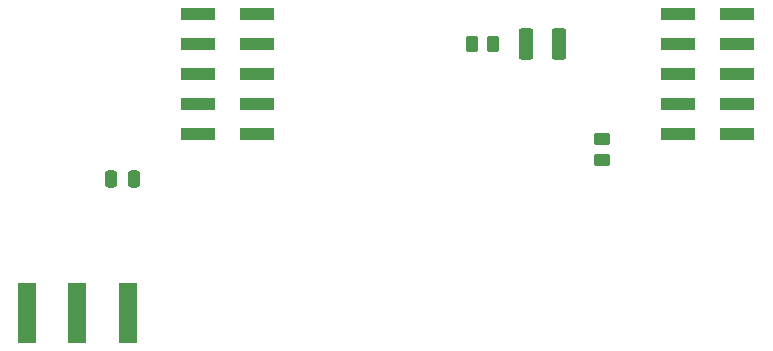
<source format=gbp>
%TF.GenerationSoftware,KiCad,Pcbnew,(6.0.9)*%
%TF.CreationDate,2022-12-04T20:24:29+08:00*%
%TF.ProjectId,kirdyShield,6b697264-7953-4686-9965-6c642e6b6963,rev?*%
%TF.SameCoordinates,Original*%
%TF.FileFunction,Paste,Bot*%
%TF.FilePolarity,Positive*%
%FSLAX46Y46*%
G04 Gerber Fmt 4.6, Leading zero omitted, Abs format (unit mm)*
G04 Created by KiCad (PCBNEW (6.0.9)) date 2022-12-04 20:24:29*
%MOMM*%
%LPD*%
G01*
G04 APERTURE LIST*
G04 Aperture macros list*
%AMRoundRect*
0 Rectangle with rounded corners*
0 $1 Rounding radius*
0 $2 $3 $4 $5 $6 $7 $8 $9 X,Y pos of 4 corners*
0 Add a 4 corners polygon primitive as box body*
4,1,4,$2,$3,$4,$5,$6,$7,$8,$9,$2,$3,0*
0 Add four circle primitives for the rounded corners*
1,1,$1+$1,$2,$3*
1,1,$1+$1,$4,$5*
1,1,$1+$1,$6,$7*
1,1,$1+$1,$8,$9*
0 Add four rect primitives between the rounded corners*
20,1,$1+$1,$2,$3,$4,$5,0*
20,1,$1+$1,$4,$5,$6,$7,0*
20,1,$1+$1,$6,$7,$8,$9,0*
20,1,$1+$1,$8,$9,$2,$3,0*%
G04 Aperture macros list end*
%ADD10R,3.000000X1.000000*%
%ADD11RoundRect,0.250000X-0.450000X0.262500X-0.450000X-0.262500X0.450000X-0.262500X0.450000X0.262500X0*%
%ADD12RoundRect,0.250000X-0.262500X-0.450000X0.262500X-0.450000X0.262500X0.450000X-0.262500X0.450000X0*%
%ADD13RoundRect,0.250000X-0.375000X-1.075000X0.375000X-1.075000X0.375000X1.075000X-0.375000X1.075000X0*%
%ADD14R,1.500000X5.080000*%
%ADD15RoundRect,0.250000X0.250000X0.475000X-0.250000X0.475000X-0.250000X-0.475000X0.250000X-0.475000X0*%
G04 APERTURE END LIST*
D10*
%TO.C,J3*%
X80030000Y-119380000D03*
X85070000Y-119380000D03*
X80030000Y-121920000D03*
X85070000Y-121920000D03*
X80030000Y-124460000D03*
X85070000Y-124460000D03*
X80030000Y-127000000D03*
X85070000Y-127000000D03*
X80030000Y-129540000D03*
X85070000Y-129540000D03*
%TD*%
%TO.C,J1*%
X125710000Y-129540000D03*
X120670000Y-129540000D03*
X125710000Y-127000000D03*
X120670000Y-127000000D03*
X125710000Y-124460000D03*
X120670000Y-124460000D03*
X125710000Y-121920000D03*
X120670000Y-121920000D03*
X125710000Y-119380000D03*
X120670000Y-119380000D03*
%TD*%
D11*
%TO.C,R2*%
X114300000Y-129897500D03*
X114300000Y-131722500D03*
%TD*%
D12*
%TO.C,R1*%
X103227500Y-121920000D03*
X105052500Y-121920000D03*
%TD*%
D13*
%TO.C,L1*%
X107820000Y-121920000D03*
X110620000Y-121920000D03*
%TD*%
D14*
%TO.C,J5*%
X69850000Y-144637500D03*
X74100000Y-144637500D03*
X65600000Y-144637500D03*
%TD*%
D15*
%TO.C,C1*%
X74610000Y-133350000D03*
X72710000Y-133350000D03*
%TD*%
M02*

</source>
